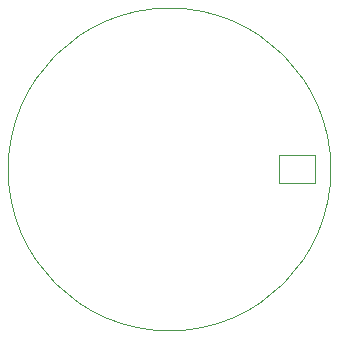
<source format=gbr>
%TF.GenerationSoftware,KiCad,Pcbnew,(5.1.9)-1*%
%TF.CreationDate,2022-12-31T23:17:06-05:00*%
%TF.ProjectId,seamaster-face,7365616d-6173-4746-9572-2d666163652e,rev?*%
%TF.SameCoordinates,Original*%
%TF.FileFunction,Profile,NP*%
%FSLAX46Y46*%
G04 Gerber Fmt 4.6, Leading zero omitted, Abs format (unit mm)*
G04 Created by KiCad (PCBNEW (5.1.9)-1) date 2022-12-31 23:17:06*
%MOMM*%
%LPD*%
G01*
G04 APERTURE LIST*
%TA.AperFunction,Profile*%
%ADD10C,0.010000*%
%TD*%
%TA.AperFunction,Profile*%
%ADD11C,0.100000*%
%TD*%
G04 APERTURE END LIST*
D10*
X161709100Y-76492100D02*
G75*
G03*
X161709100Y-76492100I-13665200J0D01*
G01*
D11*
%TO.C,SeaMasterFace*%
X160383700Y-77638000D02*
X157289200Y-77638000D01*
X157289200Y-77638000D02*
X157289200Y-75225800D01*
X157289200Y-75225800D02*
X160383700Y-75225800D01*
X160383700Y-75225800D02*
X160383700Y-77638000D01*
%TD*%
M02*

</source>
